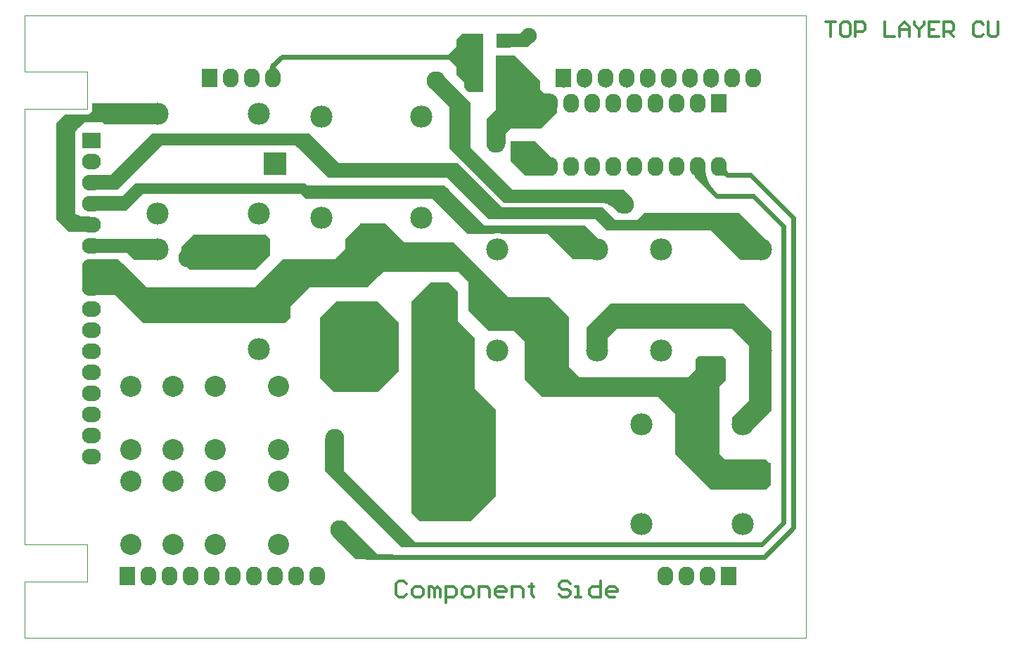
<source format=gtl>
%FSLAX25Y25*%
%MOIN*%
G70*
G01*
G75*
G04 Layer_Physical_Order=1*
G04 Layer_Color=255*
%ADD10C,0.03200*%
%ADD11C,0.02400*%
%ADD12R,0.06693X0.06693*%
%ADD13R,0.06693X0.06693*%
%ADD14C,0.00400*%
%ADD15C,0.01200*%
%ADD16R,0.07500X0.09000*%
%ADD17O,0.07500X0.09000*%
%ADD18O,0.07500X0.09000*%
%ADD19R,0.07500X0.09000*%
%ADD20O,0.09000X0.07500*%
%ADD21R,0.09000X0.07500*%
%ADD22R,0.10500X0.10500*%
%ADD23C,0.10500*%
%ADD24R,0.10500X0.10500*%
%ADD25C,0.10000*%
%ADD26C,0.09000*%
%ADD27C,0.07500*%
G36*
X566000Y589000D02*
X573500Y581500D01*
X597000D01*
X606000Y572500D01*
X613000Y565500D01*
X623000Y555500D01*
X642000D01*
X651500Y546000D01*
Y522500D01*
X656500Y517500D01*
X708000D01*
X711500Y521000D01*
Y526000D01*
X713000Y527500D01*
X724500D01*
X726000Y526000D01*
Y522500D01*
Y516000D01*
X724500Y514500D01*
X723000Y513000D01*
Y511000D01*
Y481000D01*
X725500Y478500D01*
X745000D01*
X747000Y476500D01*
Y466000D01*
X745000Y464000D01*
X719000D01*
X718500Y464500D01*
X702000Y481000D01*
Y500000D01*
X694000Y508000D01*
X639000D01*
X630500Y516500D01*
Y534500D01*
X625500Y539500D01*
X613500D01*
X613000Y540000D01*
X604000Y549000D01*
Y550000D01*
Y562500D01*
X603500Y563000D01*
X599000Y567500D01*
X563500D01*
X561500Y565500D01*
X556000Y560000D01*
X528500D01*
X527500Y559000D01*
X519500Y551000D01*
Y545500D01*
X517000Y543000D01*
X450000D01*
X436500Y556500D01*
X424000D01*
X421000Y559500D01*
Y570000D01*
X425000Y573500D01*
X438000D01*
X440000Y571500D01*
X451500Y560000D01*
X502500D01*
X507500Y565000D01*
X516000Y573500D01*
X540500D01*
X545500Y578500D01*
Y583000D01*
X552500Y590000D01*
Y590500D01*
X564500D01*
X566000Y589000D01*
D02*
G37*
G36*
X571000Y543500D02*
Y540500D01*
Y520500D01*
X561000Y510500D01*
X540000D01*
X533500Y517000D01*
Y517500D01*
Y545500D01*
X539000Y551000D01*
X541500Y553500D01*
X561000D01*
X571000Y543500D01*
D02*
G37*
G36*
X426000Y583000D02*
X457000D01*
Y573000D01*
X445500D01*
X442000Y576500D01*
X425500D01*
Y582847D01*
X425962Y583038D01*
X426000Y583000D01*
D02*
G37*
G36*
X510000D02*
Y575500D01*
X509500Y575000D01*
X503000Y568500D01*
X472000D01*
X468000Y572500D01*
Y579500D01*
X473500Y585000D01*
X508000D01*
X510000Y583000D01*
D02*
G37*
G36*
X545000Y473200D02*
X548700Y469500D01*
X579000Y439200D01*
X586000D01*
X586100Y439100D01*
Y436800D01*
X572300D01*
X566400Y442700D01*
X536000Y473100D01*
Y488600D01*
X545000D01*
Y473200D01*
D02*
G37*
G36*
X561000Y433400D02*
X568400D01*
Y431300D01*
X568100Y431000D01*
X550700D01*
X539600Y442100D01*
X545600Y448100D01*
X546300D01*
X561000Y433400D01*
D02*
G37*
G36*
X740000Y547000D02*
X747500Y539500D01*
Y532000D01*
Y501500D01*
X738000Y492000D01*
X735000Y495000D01*
X729000D01*
Y498500D01*
X733500Y503000D01*
X737000Y506500D01*
Y523000D01*
Y532500D01*
X735000Y534500D01*
X729000Y540500D01*
X674500D01*
X670000Y536000D01*
Y530000D01*
X660000D01*
Y541000D01*
X662000Y543000D01*
X671500Y552500D01*
X734500D01*
X740000Y547000D01*
D02*
G37*
G36*
X599000Y558000D02*
Y556000D01*
Y544000D01*
X600000Y543000D01*
X607000Y536000D01*
Y535000D01*
Y512000D01*
X611000Y508000D01*
X617000Y502000D01*
Y461000D01*
X605000Y449000D01*
X581000D01*
X579000Y451000D01*
X577000Y453000D01*
Y537000D01*
Y553500D01*
X582500Y559000D01*
X586000Y562500D01*
X594500D01*
X599000Y558000D01*
D02*
G37*
G36*
X532000Y629500D02*
X542500Y619000D01*
X599000D01*
X600500Y617500D01*
X620000Y598000D01*
X667500D01*
X669500Y596000D01*
X673500Y592000D01*
X684000D01*
X685000Y593000D01*
X687500Y595500D01*
X732000D01*
X746500Y581000D01*
X743000Y577500D01*
Y573000D01*
X733000D01*
X728500Y577500D01*
X719000Y587000D01*
X669500D01*
X667500Y589000D01*
X664000Y592500D01*
X613500D01*
X594000Y612000D01*
X537500D01*
X523000Y626500D01*
X522000Y627500D01*
X458500D01*
X444500Y613500D01*
X437500Y606500D01*
X425500D01*
Y613500D01*
X434500D01*
X435000Y614000D01*
X454000Y633000D01*
X528500D01*
X532000Y629500D01*
D02*
G37*
G36*
X457000Y637500D02*
X431500D01*
X430500Y638500D01*
X422000D01*
X419371Y635871D01*
X418497D01*
Y634997D01*
X417500Y634000D01*
Y595000D01*
X419000Y593500D01*
X425000D01*
Y586500D01*
X414500D01*
X414000Y587000D01*
X408500Y592500D01*
Y615500D01*
Y638000D01*
X410000Y639500D01*
X412738Y642238D01*
X423228D01*
X424165Y642424D01*
X424959Y642955D01*
X425489Y643749D01*
X425675Y644685D01*
Y647500D01*
X457000D01*
Y637500D01*
D02*
G37*
G36*
X635500Y677500D02*
X632000Y674000D01*
X619500D01*
Y676000D01*
X623000Y679500D01*
X624000Y680500D01*
X628500D01*
X630000Y682000D01*
X631000D01*
X635500Y677500D01*
D02*
G37*
G36*
X610800Y680200D02*
Y652700D01*
X604200D01*
X603738Y653162D01*
X602700Y654200D01*
D01*
X601900Y655000D01*
Y657600D01*
X598300Y661200D01*
Y664600D01*
X594600Y668300D01*
Y670700D01*
X598300Y674400D01*
Y677800D01*
X598700Y678200D01*
X600800Y680300D01*
X604200D01*
Y675600D01*
X605800D01*
Y680300D01*
X610700D01*
X610800Y680200D01*
D02*
G37*
G36*
X633500Y662500D02*
X638000Y658000D01*
Y654000D01*
X640000Y652000D01*
X643000D01*
X646000Y649000D01*
Y643000D01*
X641000Y638000D01*
X638500Y635500D01*
X624000D01*
X621500Y633000D01*
Y628000D01*
X612500D01*
Y640000D01*
X615000Y642500D01*
X617000Y644500D01*
Y652000D01*
Y661000D01*
Y670000D01*
X626000D01*
X633500Y662500D01*
D02*
G37*
G36*
X605000Y647500D02*
Y644500D01*
Y626500D01*
X616000Y615500D01*
X625000Y606500D01*
X677500D01*
X681500Y602500D01*
Y598500D01*
X678500Y595500D01*
X675000D01*
X670500Y600000D01*
X668467D01*
X668358Y600072D01*
X667500Y600243D01*
X620929D01*
X602086Y619086D01*
X600586Y620586D01*
X600067Y620933D01*
X595000Y626000D01*
Y630000D01*
Y645500D01*
X585500Y655000D01*
X591500Y661000D01*
X605000Y647500D01*
D02*
G37*
G36*
X527500Y608500D02*
X592500D01*
X606000Y595000D01*
X611500Y589500D01*
X659000D01*
X665500Y583000D01*
Y573500D01*
X653500D01*
X641500Y585500D01*
X619661D01*
X619265Y585620D01*
X617756Y585769D01*
X616247Y585620D01*
X615851Y585500D01*
X603500D01*
X591000Y598000D01*
X587000Y602000D01*
X527000D01*
X526500Y602500D01*
X524500Y604500D01*
X449500D01*
X441500Y596500D01*
X425000D01*
Y603500D01*
X440000D01*
X446000Y609500D01*
X526500D01*
X527500Y608500D01*
D02*
G37*
G36*
X643000Y622000D02*
Y613000D01*
X631000D01*
X629000Y615000D01*
X624000Y620000D01*
Y624500D01*
Y629500D01*
X635500D01*
X643000Y622000D01*
D02*
G37*
%LPC*%
G36*
X604200Y657600D02*
Y657100D01*
X605700D01*
Y657518D01*
X604282D01*
X604200Y657600D01*
D02*
G37*
%LPD*%
D10*
X641378Y530938D02*
G03*
X643959Y524707I8812J0D01*
G01*
X638797D02*
G03*
X641378Y530938I-6231J6231D01*
G01*
X645020Y521890D02*
G03*
X649500Y510000I15371J-997D01*
G01*
X641827Y522097D02*
G03*
X644501Y514999I9177J-595D01*
G01*
X665000Y537500D02*
G03*
X667252Y532872I5880J0D01*
G01*
X662748D02*
G03*
X665000Y537500I-3628J4627D01*
G01*
X658769Y584262D02*
G03*
X665000Y581681I6231J6231D01*
G01*
X661350Y578031D02*
G03*
X658769Y584263I-8812J0D01*
G01*
X553878Y579626D02*
G03*
X554572Y583579I-2471J2471D01*
G01*
X557878Y581476D02*
G03*
X554208Y579956I0J-5190D01*
G01*
X550586Y576334D02*
G03*
X554228Y585126I-8792J8792D01*
G01*
X557878Y581476D02*
G03*
X554208Y579956I0J-5190D01*
G01*
X718878Y513314D02*
G03*
X716297Y519545I-8812J0D01*
G01*
X721459D02*
G03*
X718878Y513314I6231J-6231D01*
G01*
X742500Y537500D02*
G03*
X744752Y532872I5880J0D01*
G01*
X740248D02*
G03*
X742500Y537500I-3628J4627D01*
G01*
Y521188D02*
G03*
X739919Y527419I-8812J0D01*
G01*
X745081D02*
G03*
X742500Y521188I6231J-6231D01*
G01*
X736269Y584262D02*
G03*
X742500Y581681I6231J6231D01*
G01*
X738850Y578031D02*
G03*
X736269Y584263I-8812J0D01*
G01*
X511500Y561500D02*
G03*
X513925Y557682I4218J0D01*
G01*
X509793Y556959D02*
G03*
X511500Y561080I-4121J4121D01*
G01*
X502650Y554000D02*
G03*
X509793Y556959I0J10102D01*
G01*
Y551797D02*
G03*
X504475Y554000I-5319J-5319D01*
G01*
X496895Y578500D02*
G03*
X501919Y580581I0J7105D01*
G01*
Y575419D02*
G03*
X494481Y578500I-7438J-7438D01*
G01*
X453888Y575419D02*
G03*
X443018Y579921I-10869J-10869D01*
G01*
X456150Y577682D02*
G03*
X450744Y579921I-5406J-5406D01*
G01*
X441621Y640000D02*
G03*
X453888Y645081I0J17347D01*
G01*
X449347Y640000D02*
G03*
X456150Y642818I0J9622D01*
G01*
X739524Y499524D02*
G03*
X737650Y495000I4524J-4524D01*
G01*
X734000Y498650D02*
G03*
X741938Y501938I0J11226D01*
G01*
X733062Y471378D02*
G03*
X739293Y473959I0J8812D01*
G01*
Y468797D02*
G03*
X733062Y471378I-6231J-6231D01*
G01*
X431137Y609921D02*
G03*
X427467Y608401I0J-5190D01*
G01*
Y611442D02*
G03*
X431138Y609921I3670J3670D01*
G01*
X431137Y599921D02*
G03*
X427467Y598401I0J-5190D01*
G01*
Y601441D02*
G03*
X431138Y599921I3670J3670D01*
G01*
X420000Y590000D02*
G03*
X422801Y591305I0J3659D01*
G01*
X422724Y588635D02*
G03*
X420000Y590000I-2724J-2035D01*
G01*
X415000Y595000D02*
G03*
X424109Y592044I7451J7451D01*
G01*
X419437Y590563D02*
G03*
X424612Y588884I4234J4234D01*
G01*
X431137Y579921D02*
G03*
X427467Y578401I0J-5190D01*
G01*
Y581441D02*
G03*
X431138Y579921I3670J3670D01*
G01*
X431137Y569921D02*
G03*
X427467Y568401I0J-5190D01*
G01*
Y571442D02*
G03*
X431138Y569921I3670J3670D01*
G01*
X425197Y564731D02*
G03*
X423677Y568401I-5190J0D01*
G01*
X426717D02*
G03*
X425197Y564731I3670J-3670D01*
G01*
Y565112D02*
G03*
X426717Y561442I5191J0D01*
G01*
X423677D02*
G03*
X425197Y565112I-3670J3670D01*
G01*
X637310Y617500D02*
G03*
X640980Y619020I0J5191D01*
G01*
Y615980D02*
G03*
X637310Y617500I-3670J-3670D01*
G01*
Y647500D02*
G03*
X640980Y649020I0J5191D01*
G01*
Y645980D02*
G03*
X637310Y647500I-3670J-3670D01*
G01*
X619709Y662117D02*
G03*
X621731Y657235I6905J0D01*
G01*
Y654765D02*
G03*
X619709Y649883I4882J-4882D01*
G01*
X631826Y622466D02*
G03*
X627500Y624258I-4326J-4326D01*
G01*
X621383Y638209D02*
G03*
X626265Y640231I0J6905D01*
G01*
X627500Y640742D02*
G03*
X631826Y642534I0J6117D01*
G01*
X621731Y665265D02*
G03*
X619709Y660383I4882J-4882D01*
G01*
X594500Y487501D02*
G03*
X596551Y482551I7001J0D01*
G01*
X592449D02*
G03*
X594500Y487501I-4951J4951D01*
G01*
X547000Y533292D02*
G03*
X544449Y539449I-8708J0D01*
G01*
X548551D02*
G03*
X547000Y535706I3743J-3743D01*
G01*
Y524001D02*
G03*
X549051Y519051I7001J0D01*
G01*
X544949D02*
G03*
X547000Y524001I-4951J4951D01*
G01*
X594500Y548499D02*
G03*
X592449Y553449I-7001J0D01*
G01*
X596551D02*
G03*
X594500Y548499I4951J-4951D01*
G01*
X675949Y597449D02*
G03*
X663756Y602500I-12193J-12193D01*
G01*
X678212Y599712D02*
G03*
X671482Y602500I-6730J-6730D01*
G01*
X593451Y653049D02*
G03*
X588500Y655100I-4951J-4951D01*
G01*
X591400Y658000D02*
G03*
X593451Y653049I7001J0D01*
G01*
X620709Y638208D02*
G03*
X619538Y629904I4930J-4930D01*
G01*
X617703Y635203D02*
G03*
X616738Y628355I4065J-4065D01*
G01*
X617000Y634500D02*
G03*
X618802Y630772I4756J0D01*
G01*
X615198D02*
G03*
X617000Y634500I-2955J3727D01*
G01*
X476794Y573500D02*
G03*
X473051Y571949I0J-5294D01*
G01*
Y576051D02*
G03*
X479208Y573500I6158J6158D01*
G01*
X619709Y658291D02*
Y666500D01*
Y648291D02*
Y656000D01*
X627500Y638209D02*
X636791Y647500D01*
X620709Y638209D02*
X627500D01*
Y626791D02*
X636791Y617500D01*
X737500Y495000D02*
Y497500D01*
X472500Y572500D02*
X473500Y573500D01*
X728622Y471378D02*
X745374D01*
X641378Y518122D02*
Y538622D01*
X511500Y553000D02*
Y561500D01*
X510500Y554000D02*
X511500Y553000D01*
X677000Y599500D02*
X677750Y600250D01*
X588750Y657750D02*
Y658250D01*
X636791Y617500D02*
X642500D01*
X606000Y551500D02*
Y563500D01*
X600000Y623500D02*
Y646500D01*
X588750Y657750D02*
X600000Y646500D01*
X588500Y658000D02*
Y658500D01*
X600000Y623500D02*
X621000Y602500D01*
X473500Y573500D02*
X485000D01*
X490000Y578500D01*
X504000D01*
X504500Y578000D01*
X439921Y599921D02*
X446000Y606000D01*
X611000Y587500D02*
X655532D01*
X592500Y606000D02*
X611000Y587500D01*
X615500Y595000D02*
X666823D01*
X595500Y615000D02*
X615500Y595000D01*
X540000Y615000D02*
X595500D01*
X525000Y630000D02*
X540000Y615000D01*
X621000Y602500D02*
X675500D01*
X617000Y628500D02*
Y634500D01*
X620709Y638209D01*
X456500Y630000D02*
X525000D01*
X436421Y609921D02*
X456500Y630000D01*
X425197Y609921D02*
X436421D01*
X456468Y578000D02*
Y578532D01*
X455079Y579921D02*
X456468Y578532D01*
X425197Y579921D02*
X455079D01*
X425197Y559921D02*
Y569921D01*
X432421D02*
X448342Y554000D01*
X649500Y510000D02*
X718878D01*
Y481122D02*
Y510000D01*
X641378Y518122D02*
X649500Y510000D01*
X718878Y481122D02*
X728622Y471378D01*
X718878Y510000D02*
Y522126D01*
X541352Y567100D02*
X553878Y579626D01*
X560004Y573500D01*
X615000Y542500D02*
X637500D01*
X641378Y538622D01*
X606000Y551500D02*
X615000Y542500D01*
X453968Y640000D02*
X456468Y642500D01*
X421000Y640000D02*
X453968D01*
X415000Y634000D02*
X421000Y640000D01*
X655532Y587500D02*
X665000Y578032D01*
X620500Y647500D02*
X636791D01*
X619709Y648291D02*
X620500Y647500D01*
X675500Y602500D02*
X677750Y600250D01*
X677000Y599500D02*
X678000D01*
X415000Y595000D02*
Y634000D01*
X425197Y599921D02*
X439921D01*
X666823Y595000D02*
X671873Y589950D01*
X678177Y590000D02*
X730532D01*
X678127Y589950D02*
X678177Y590000D01*
X671873Y589950D02*
X678127D01*
X425118Y590000D02*
X425197Y589921D01*
X420000Y590000D02*
X425118D01*
X415000Y595000D02*
X420000Y590000D01*
X672500Y545000D02*
X735000D01*
X665000Y537500D02*
X672500Y545000D01*
X735000D02*
X742500Y537500D01*
Y530000D02*
Y537500D01*
X665000Y530000D02*
Y537500D01*
X425197Y569921D02*
X432421D01*
X425197Y479803D02*
Y479921D01*
X636791Y647500D02*
X642500D01*
X737500Y497500D02*
X742500Y502500D01*
Y530000D01*
X444000Y483000D02*
Y486500D01*
X730532Y590000D02*
X742500Y578032D01*
X446000Y606000D02*
X592500D01*
X517100Y567100D02*
X541352D01*
X448342Y554000D02*
X510500D01*
X511500Y561500D02*
X517100Y567100D01*
X560004Y573500D02*
X596000D01*
X606000Y563500D01*
X547000Y517000D02*
Y541000D01*
X546500Y541500D02*
X547000Y541000D01*
X594500Y480500D02*
Y555500D01*
D11*
X511339Y665338D02*
G03*
X512881Y662229I3904J0D01*
G01*
X509796D02*
G03*
X511339Y665338I-2362J3109D01*
G01*
X712500Y612500D02*
G03*
X711300Y614500I-2266J0D01*
G01*
X713700D02*
G03*
X712500Y612500I1066J-2000D01*
G01*
X715050Y616750D02*
G03*
X719858Y605142I16417J0D01*
G01*
X712650Y616750D02*
G03*
X715761Y609239I10622J0D01*
G01*
X726500Y613500D02*
G03*
X723246Y614311I-2302J-2302D01*
G01*
X725050Y616750D02*
G03*
X726323Y613677I4346J0D01*
G01*
X608291Y659281D02*
G03*
X609022Y657518I2494J0D01*
G01*
X605986D02*
G03*
X608291Y663083I-5565J5565D01*
G01*
Y669781D02*
G03*
X609022Y668018I2494J0D01*
G01*
X606234Y668231D02*
G03*
X608291Y672291I-2979J4060D01*
G01*
Y659417D02*
G03*
X605986Y664982I-7870J0D01*
G01*
X609022D02*
G03*
X608291Y663219I1763J-1763D01*
G01*
X605986Y664982D02*
G03*
X595079Y669500I-10907J-10907D01*
G01*
X607683Y666679D02*
G03*
X600873Y669500I-6810J-6810D01*
G01*
X608291Y672923D02*
G03*
X606822Y674965I-2153J0D01*
G01*
X609022Y675482D02*
G03*
X608291Y673719I1763J-1763D01*
G01*
X540500Y473500D02*
Y488500D01*
Y473500D02*
X576000Y438000D01*
X555757Y432243D02*
X744243D01*
X543000Y445000D02*
X555757Y432243D01*
X576000Y438000D02*
X743000D01*
X515500Y669500D02*
X605500D01*
X511339Y665339D02*
X515500Y669500D01*
X511339Y659449D02*
Y665339D01*
X744243Y432243D02*
X758000Y446000D01*
X605500Y669500D02*
X608291Y672291D01*
X619709Y677000D02*
X620496D01*
X722500Y617500D02*
X726500Y613500D01*
X737500D01*
X758000Y446000D02*
Y593000D01*
X737500Y613500D02*
X758000Y593000D01*
X743000Y438000D02*
X753400Y448400D01*
Y589100D01*
X739000Y603500D02*
X753400Y589100D01*
X678976Y656024D02*
Y659449D01*
X668976Y656024D02*
Y659449D01*
X658976Y656024D02*
Y659449D01*
X648976Y656024D02*
Y659449D01*
X688976Y656024D02*
Y659449D01*
X698976Y656024D02*
Y659449D01*
X708976Y656024D02*
Y659449D01*
X718976Y656024D02*
Y659449D01*
X712500Y612500D02*
Y617500D01*
Y612500D02*
X721500Y603500D01*
X739000D01*
X630000Y677000D02*
X632500Y679500D01*
X620496Y677000D02*
X630000D01*
X608291Y656000D02*
Y672291D01*
Y673000D02*
Y677000D01*
D12*
X607504D02*
D03*
X620496D02*
D03*
Y666500D02*
D03*
X607504D02*
D03*
X620496Y656000D02*
D03*
X607504D02*
D03*
D13*
X627500Y638996D02*
D03*
Y626004D02*
D03*
D14*
X393701Y420276D02*
X423228D01*
Y437992D01*
X393701D02*
X423228D01*
X393701D02*
Y644685D01*
X423228D01*
Y662402D01*
X393701D02*
X423228D01*
X393701D02*
Y688976D01*
X393701Y688976D01*
X763780D01*
Y393701D02*
Y688976D01*
X393701Y393701D02*
X763780D01*
X393701Y393701D02*
Y420276D01*
D15*
X773404Y686071D02*
X778069D01*
X775737D01*
Y679073D01*
X783901Y686071D02*
X781568D01*
X780402Y684905D01*
Y680239D01*
X781568Y679073D01*
X783901D01*
X785067Y680239D01*
Y684905D01*
X783901Y686071D01*
X787399Y679073D02*
Y686071D01*
X790898D01*
X792065Y684905D01*
Y682572D01*
X790898Y681406D01*
X787399D01*
X801395Y686071D02*
Y679073D01*
X806060D01*
X808393D02*
Y683738D01*
X810725Y686071D01*
X813058Y683738D01*
Y679073D01*
Y682572D01*
X808393D01*
X815390Y686071D02*
Y684905D01*
X817723Y682572D01*
X820055Y684905D01*
Y686071D01*
X817723Y682572D02*
Y679073D01*
X827053Y686071D02*
X822388D01*
Y679073D01*
X827053D01*
X822388Y682572D02*
X824721D01*
X829386Y679073D02*
Y686071D01*
X832885D01*
X834051Y684905D01*
Y682572D01*
X832885Y681406D01*
X829386D01*
X831718D02*
X834051Y679073D01*
X848046Y684905D02*
X846880Y686071D01*
X844548D01*
X843381Y684905D01*
Y680239D01*
X844548Y679073D01*
X846880D01*
X848046Y680239D01*
X850379Y686071D02*
Y680239D01*
X851545Y679073D01*
X853878D01*
X855044Y680239D01*
Y686071D01*
X574748Y419560D02*
X573436Y420871D01*
X570812D01*
X569500Y419560D01*
Y414312D01*
X570812Y413000D01*
X573436D01*
X574748Y414312D01*
X578683Y413000D02*
X581307D01*
X582619Y414312D01*
Y416936D01*
X581307Y418248D01*
X578683D01*
X577372Y416936D01*
Y414312D01*
X578683Y413000D01*
X585243D02*
Y418248D01*
X586555D01*
X587867Y416936D01*
Y413000D01*
Y416936D01*
X589179Y418248D01*
X590491Y416936D01*
Y413000D01*
X593114Y410376D02*
Y418248D01*
X597050D01*
X598362Y416936D01*
Y414312D01*
X597050Y413000D01*
X593114D01*
X602298D02*
X604922D01*
X606234Y414312D01*
Y416936D01*
X604922Y418248D01*
X602298D01*
X600986Y416936D01*
Y414312D01*
X602298Y413000D01*
X608857D02*
Y418248D01*
X612793D01*
X614105Y416936D01*
Y413000D01*
X620665D02*
X618041D01*
X616729Y414312D01*
Y416936D01*
X618041Y418248D01*
X620665D01*
X621977Y416936D01*
Y415624D01*
X616729D01*
X624600Y413000D02*
Y418248D01*
X628536D01*
X629848Y416936D01*
Y413000D01*
X633784Y419560D02*
Y418248D01*
X632472D01*
X635096D01*
X633784D01*
Y414312D01*
X635096Y413000D01*
X652150Y419560D02*
X650839Y420871D01*
X648215D01*
X646903Y419560D01*
Y418248D01*
X648215Y416936D01*
X650839D01*
X652150Y415624D01*
Y414312D01*
X650839Y413000D01*
X648215D01*
X646903Y414312D01*
X654774Y413000D02*
X657398D01*
X656086D01*
Y418248D01*
X654774D01*
X666582Y420871D02*
Y413000D01*
X662646D01*
X661334Y414312D01*
Y416936D01*
X662646Y418248D01*
X666582D01*
X673141Y413000D02*
X670517D01*
X669205Y414312D01*
Y416936D01*
X670517Y418248D01*
X673141D01*
X674453Y416936D01*
Y415624D01*
X669205D01*
D16*
X722500Y647500D02*
D03*
D17*
X712500D02*
D03*
X702500D02*
D03*
X692500D02*
D03*
X682500D02*
D03*
X672500D02*
D03*
X662500D02*
D03*
X652500D02*
D03*
X642500D02*
D03*
X722500Y617500D02*
D03*
X712500D02*
D03*
X702500D02*
D03*
X692500D02*
D03*
X682500D02*
D03*
X672500D02*
D03*
X662500D02*
D03*
X652500D02*
D03*
X642500D02*
D03*
D18*
X511339Y659449D02*
D03*
X501339D02*
D03*
X491339D02*
D03*
X697323Y423228D02*
D03*
X707323D02*
D03*
X717323D02*
D03*
X658976Y659449D02*
D03*
X678976D02*
D03*
X688976D02*
D03*
X698976D02*
D03*
X708976D02*
D03*
X718976D02*
D03*
X728976D02*
D03*
X738976D02*
D03*
X668976D02*
D03*
X452205Y423228D02*
D03*
X472205D02*
D03*
X482205D02*
D03*
X492205D02*
D03*
X502205D02*
D03*
X512205D02*
D03*
X522205D02*
D03*
X532205D02*
D03*
X462205D02*
D03*
D19*
X481339Y659449D02*
D03*
X727323Y423228D02*
D03*
X648976Y659449D02*
D03*
X442205Y423228D02*
D03*
D20*
X425197Y479921D02*
D03*
Y489921D02*
D03*
Y499921D02*
D03*
Y509921D02*
D03*
Y519921D02*
D03*
Y529921D02*
D03*
Y539921D02*
D03*
Y549921D02*
D03*
Y559921D02*
D03*
Y569921D02*
D03*
Y579921D02*
D03*
Y589921D02*
D03*
Y599921D02*
D03*
Y609921D02*
D03*
Y619921D02*
D03*
D21*
Y629921D02*
D03*
D22*
X741874Y471378D02*
D03*
X512374Y618878D02*
D03*
Y554378D02*
D03*
D23*
X734000Y495000D02*
D03*
Y447756D02*
D03*
X685968D02*
D03*
Y495000D02*
D03*
X456468Y642500D02*
D03*
Y595256D02*
D03*
X504500D02*
D03*
Y642500D02*
D03*
X456468Y578000D02*
D03*
X504500Y530756D02*
D03*
Y578000D02*
D03*
X742500Y578031D02*
D03*
X695256D02*
D03*
Y530000D02*
D03*
X742500D02*
D03*
X581500Y593000D02*
D03*
X534256D02*
D03*
Y641032D02*
D03*
X581500D02*
D03*
X665000Y578031D02*
D03*
X617756D02*
D03*
Y530000D02*
D03*
X665000D02*
D03*
D24*
X718878Y522126D02*
D03*
X557878Y585126D02*
D03*
X641378Y522126D02*
D03*
D25*
X444000Y468000D02*
D03*
Y438000D02*
D03*
X464000D02*
D03*
Y468000D02*
D03*
X484000D02*
D03*
Y438000D02*
D03*
X514000Y468000D02*
D03*
Y438000D02*
D03*
X444000Y513000D02*
D03*
Y483000D02*
D03*
X464000D02*
D03*
Y513000D02*
D03*
X484000D02*
D03*
Y483000D02*
D03*
X514000Y513000D02*
D03*
Y483000D02*
D03*
D26*
X543000Y445000D02*
D03*
X540500Y488500D02*
D03*
X559500Y541500D02*
D03*
X558500Y517000D02*
D03*
X471000Y574000D02*
D03*
X602000Y462000D02*
D03*
X584000Y461500D02*
D03*
Y553500D02*
D03*
X617000Y628500D02*
D03*
X588500Y658000D02*
D03*
X678000Y599500D02*
D03*
X594500Y555500D02*
D03*
X547000Y517000D02*
D03*
X546500Y541500D02*
D03*
X594500Y480500D02*
D03*
X631500Y656000D02*
D03*
D27*
X632500Y679500D02*
D03*
M02*

</source>
